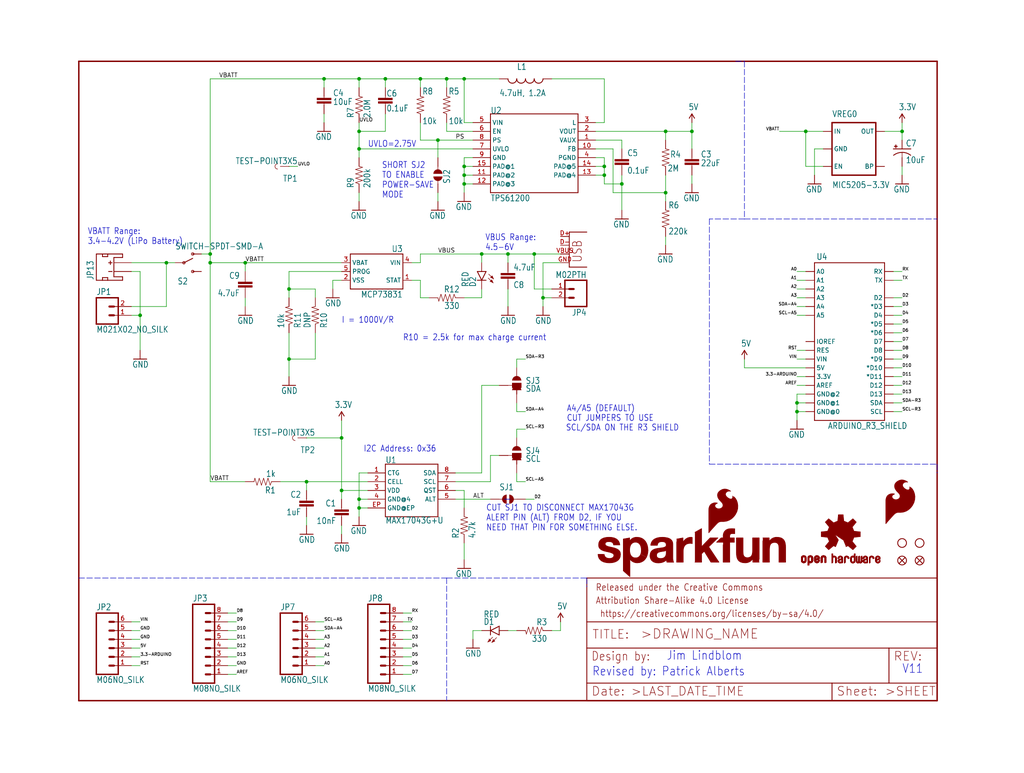
<source format=kicad_sch>
(kicad_sch (version 20211123) (generator eeschema)
  (paper "User" 297.002 224.18)
  (lib_symbols
    (symbol "eagleSchem-eagle-import:0.1UF-25V(+80{slash}-20%)(0603)"
      (property "Reference" "C" (at 1.524 2.921 0))
      (property "Value" "0.1UF-25V(+80{slash}-20%)(0603)" (at 1.524 -2.159 0))
      (symbol "0.1UF-25V(+80{slash}-20%)(0603)_1_0"
        (pin passive line (at 0 5.08 270) (length 2.54) (name "1") (number "1"))
        (pin passive line (at 0 -2.54 90) (length 2.54) (name "2") (number "2"))
      )
    )
    (symbol "eagleSchem-eagle-import:1.0UF-16V-10%(0603)"
      (property "Reference" "C" (at 1.524 2.921 0))
      (property "Value" "1.0UF-16V-10%(0603)" (at 1.524 -2.159 0))
      (symbol "1.0UF-16V-10%(0603)_1_0"
        (pin passive line (at 0 5.08 270) (length 2.54) (name "1") (number "1"))
        (pin passive line (at 0 -2.54 90) (length 2.54) (name "2") (number "2"))
      )
    )
    (symbol "eagleSchem-eagle-import:10KOHM1{slash}10W1%(0603)0603"
      (property "Reference" "R" (at -3.81 1.4986 0))
      (property "Value" "10KOHM1{slash}10W1%(0603)0603" (at -3.81 -3.302 0))
      (symbol "10KOHM1{slash}10W1%(0603)0603_1_0"
        (pin passive line (at -5.08 0 0) (length 2.54) (name "1") (number "1"))
        (pin passive line (at 5.08 0 180) (length 2.54) (name "2") (number "2"))
      )
    )
    (symbol "eagleSchem-eagle-import:10NF{slash}10000PF-50V-10%(0603)"
      (property "Reference" "C" (at 1.524 2.921 0))
      (property "Value" "10NF{slash}10000PF-50V-10%(0603)" (at 1.524 -2.159 0))
      (symbol "10NF{slash}10000PF-50V-10%(0603)_1_0"
        (pin passive line (at 0 5.08 270) (length 2.54) (name "1") (number "1"))
        (pin passive line (at 0 -2.54 90) (length 2.54) (name "2") (number "2"))
      )
    )
    (symbol "eagleSchem-eagle-import:10UF-16V-10%(TANT)"
      (property "Reference" "C" (at 1.016 0.635 0))
      (property "Value" "10UF-16V-10%(TANT)" (at 1.016 -4.191 0))
      (symbol "10UF-16V-10%(TANT)_1_0"
        (pin passive line (at 0 2.54 270) (length 2.54) (name "+") (number "A"))
        (pin passive line (at 0 -5.08 90) (length 2.54) (name "-") (number "C"))
      )
    )
    (symbol "eagleSchem-eagle-import:10UF-6.3V-20%(1206)"
      (property "Reference" "C" (at 1.524 2.921 0))
      (property "Value" "10UF-6.3V-20%(1206)" (at 1.524 -2.159 0))
      (symbol "10UF-6.3V-20%(1206)_1_0"
        (pin passive line (at 0 5.08 270) (length 2.54) (name "1") (number "1"))
        (pin passive line (at 0 -2.54 90) (length 2.54) (name "2") (number "2"))
      )
    )
    (symbol "eagleSchem-eagle-import:1KOHM1{slash}10W1%(0603)"
      (property "Reference" "R" (at -3.81 1.4986 0))
      (property "Value" "1KOHM1{slash}10W1%(0603)" (at -3.81 -3.302 0))
      (symbol "1KOHM1{slash}10W1%(0603)_1_0"
        (pin passive line (at -5.08 0 0) (length 2.54) (name "1") (number "1"))
        (pin passive line (at 5.08 0 180) (length 2.54) (name "2") (number "2"))
      )
    )
    (symbol "eagleSchem-eagle-import:200KOHM1{slash}10W1%(0603)200K"
      (property "Reference" "R" (at -3.81 1.4986 0))
      (property "Value" "200KOHM1{slash}10W1%(0603)200K" (at -3.81 -3.302 0))
      (symbol "200KOHM1{slash}10W1%(0603)200K_1_0"
        (pin passive line (at -5.08 0 0) (length 2.54) (name "1") (number "1"))
        (pin passive line (at 5.08 0 180) (length 2.54) (name "2") (number "2"))
      )
    )
    (symbol "eagleSchem-eagle-import:220KOHM1{slash}10W1%(0603)"
      (property "Reference" "R" (at -3.81 1.4986 0))
      (property "Value" "220KOHM1{slash}10W1%(0603)" (at -3.81 -3.302 0))
      (symbol "220KOHM1{slash}10W1%(0603)_1_0"
        (pin passive line (at -5.08 0 0) (length 2.54) (name "1") (number "1"))
        (pin passive line (at 5.08 0 180) (length 2.54) (name "2") (number "2"))
      )
    )
    (symbol "eagleSchem-eagle-import:22UF-6.3V-20%(0805)"
      (property "Reference" "C" (at 1.524 2.921 0))
      (property "Value" "22UF-6.3V-20%(0805)" (at 1.524 -2.159 0))
      (symbol "22UF-6.3V-20%(0805)_1_0"
        (pin passive line (at 0 5.08 270) (length 2.54) (name "1") (number "1"))
        (pin passive line (at 0 -2.54 90) (length 2.54) (name "2") (number "2"))
      )
    )
    (symbol "eagleSchem-eagle-import:2MOHMS-1{slash}10W-1%(0603)"
      (property "Reference" "R" (at -3.81 1.4986 0))
      (property "Value" "2MOHMS-1{slash}10W-1%(0603)" (at -3.81 -3.302 0))
      (symbol "2MOHMS-1{slash}10W-1%(0603)_1_0"
        (pin passive line (at -5.08 0 0) (length 2.54) (name "1") (number "1"))
        (pin passive line (at 5.08 0 180) (length 2.54) (name "2") (number "2"))
      )
    )
    (symbol "eagleSchem-eagle-import:3.3V" (power)
      (property "Value" "3.3V" (at -1.016 3.556 0))
      (symbol "3.3V_1_0"
        (pin power_in line (at 0 0 90) (length 2.54) (name "3.3V") (number "1"))
      )
    )
    (symbol "eagleSchem-eagle-import:330OHM1{slash}10W1%(0603)"
      (property "Reference" "R" (at -3.81 1.4986 0))
      (property "Value" "330OHM1{slash}10W1%(0603)" (at -3.81 -3.302 0))
      (symbol "330OHM1{slash}10W1%(0603)_1_0"
        (pin passive line (at -5.08 0 0) (length 2.54) (name "1") (number "1"))
        (pin passive line (at 5.08 0 180) (length 2.54) (name "2") (number "2"))
      )
    )
    (symbol "eagleSchem-eagle-import:4.7KOHM1{slash}10W1%(0603)"
      (property "Reference" "R" (at -3.81 1.4986 0))
      (property "Value" "4.7KOHM1{slash}10W1%(0603)" (at -3.81 -3.302 0))
      (symbol "4.7KOHM1{slash}10W1%(0603)_1_0"
        (pin passive line (at -5.08 0 0) (length 2.54) (name "1") (number "1"))
        (pin passive line (at 5.08 0 180) (length 2.54) (name "2") (number "2"))
      )
    )
    (symbol "eagleSchem-eagle-import:4.7UF-6.3V-10%(0603)0603"
      (property "Reference" "C" (at 1.524 2.921 0))
      (property "Value" "4.7UF-6.3V-10%(0603)0603" (at 1.524 -2.159 0))
      (symbol "4.7UF-6.3V-10%(0603)0603_1_0"
        (pin passive line (at 0 5.08 270) (length 2.54) (name "1") (number "1"))
        (pin passive line (at 0 -2.54 90) (length 2.54) (name "2") (number "2"))
      )
    )
    (symbol "eagleSchem-eagle-import:5V" (power)
      (property "Value" "5V" (at -1.016 3.556 0))
      (symbol "5V_1_0"
        (pin power_in line (at 0 0 90) (length 2.54) (name "5V") (number "1"))
      )
    )
    (symbol "eagleSchem-eagle-import:ARDUINO_R3_SHIELD"
      (property "Reference" "J" (at -9.652 21.082 0))
      (property "Value" "ARDUINO_R3_SHIELD" (at -6.35 -27.94 0))
      (symbol "ARDUINO_R3_SHIELD_1_0"
        (pin bidirectional line (at -12.7 -12.7 0) (length 2.54) (name "3.3V") (number "3.3V"))
        (pin bidirectional line (at -12.7 -10.16 0) (length 2.54) (name "5V") (number "5V"))
        (pin bidirectional line (at -12.7 17.78 0) (length 2.54) (name "A0") (number "A0"))
        (pin bidirectional line (at -12.7 15.24 0) (length 2.54) (name "A1") (number "A1"))
        (pin bidirectional line (at -12.7 12.7 0) (length 2.54) (name "A2") (number "A2"))
        (pin bidirectional line (at -12.7 10.16 0) (length 2.54) (name "A3") (number "A3"))
        (pin bidirectional line (at -12.7 7.62 0) (length 2.54) (name "A4") (number "A4"))
        (pin bidirectional line (at -12.7 5.08 0) (length 2.54) (name "A5") (number "A5"))
        (pin bidirectional line (at -12.7 -15.24 0) (length 2.54) (name "AREF") (number "AREF"))
        (pin bidirectional line (at 12.7 -10.16 180) (length 2.54) (name "*D10") (number "D10"))
        (pin bidirectional line (at 12.7 -12.7 180) (length 2.54) (name "*D11") (number "D11"))
        (pin bidirectional line (at 12.7 -15.24 180) (length 2.54) (name "D12") (number "D12"))
        (pin bidirectional line (at 12.7 -17.78 180) (length 2.54) (name "D13") (number "D13"))
        (pin bidirectional line (at 12.7 10.16 180) (length 2.54) (name "D2") (number "D2"))
        (pin bidirectional line (at 12.7 7.62 180) (length 2.54) (name "*D3") (number "D3"))
        (pin bidirectional line (at 12.7 5.08 180) (length 2.54) (name "D4") (number "D4"))
        (pin bidirectional line (at 12.7 2.54 180) (length 2.54) (name "*D5") (number "D5"))
        (pin bidirectional line (at 12.7 0 180) (length 2.54) (name "*D6") (number "D6"))
        (pin bidirectional line (at 12.7 -2.54 180) (length 2.54) (name "D7") (number "D7"))
        (pin bidirectional line (at 12.7 -5.08 180) (length 2.54) (name "D8") (number "D8"))
        (pin bidirectional line (at 12.7 -7.62 180) (length 2.54) (name "*D9") (number "D9"))
        (pin bidirectional line (at -12.7 -22.86 0) (length 2.54) (name "GND@0") (number "GND@0"))
        (pin bidirectional line (at -12.7 -20.32 0) (length 2.54) (name "GND@1") (number "GND@1"))
        (pin bidirectional line (at -12.7 -17.78 0) (length 2.54) (name "GND@2") (number "GND@2"))
        (pin bidirectional line (at -12.7 -2.54 0) (length 2.54) (name "IOREF") (number "IOREF"))
        (pin bidirectional line (at -12.7 -5.08 0) (length 2.54) (name "RES") (number "RES"))
        (pin bidirectional line (at 12.7 17.78 180) (length 2.54) (name "RX") (number "RX"))
        (pin bidirectional line (at 12.7 -22.86 180) (length 2.54) (name "SCL") (number "SCL"))
        (pin bidirectional line (at 12.7 -20.32 180) (length 2.54) (name "SDA") (number "SDA"))
        (pin bidirectional line (at 12.7 15.24 180) (length 2.54) (name "TX") (number "TX"))
        (pin bidirectional line (at -12.7 -7.62 0) (length 2.54) (name "VIN") (number "VIN"))
      )
    )
    (symbol "eagleSchem-eagle-import:FIDUCIAL1X2")
    (symbol "eagleSchem-eagle-import:FRAME-LETTER"
      (symbol "FRAME-LETTER_2_0"
        (text " https://creativecommons.org/licenses/by-sa/4.0/" (at 2.54 24.13 0) (effects (font (size 1.9304 1.6408)) (justify left bottom)))
        (text ">DRAWING_NAME" (at 15.494 17.78 0) (effects (font (size 2.7432 2.7432)) (justify left bottom)))
        (text ">LAST_DATE_TIME" (at 12.7 1.27 0) (effects (font (size 2.54 2.54)) (justify left bottom)))
        (text ">SHEET" (at 86.36 1.27 0) (effects (font (size 2.54 2.54)) (justify left bottom)))
        (text "Attribution Share-Alike 4.0 License" (at 2.54 27.94 0) (effects (font (size 1.9304 1.6408)) (justify left bottom)))
        (text "Date:" (at 1.27 1.27 0) (effects (font (size 2.54 2.54)) (justify left bottom)))
        (text "Design by:" (at 1.27 11.43 0) (effects (font (size 2.54 2.159)) (justify left bottom)))
        (text "Released under the Creative Commons" (at 2.54 31.75 0) (effects (font (size 1.9304 1.6408)) (justify left bottom)))
        (text "REV:" (at 88.9 11.43 0) (effects (font (size 2.54 2.54)) (justify left bottom)))
        (text "Sheet:" (at 72.39 1.27 0) (effects (font (size 2.54 2.54)) (justify left bottom)))
        (text "TITLE:" (at 1.524 17.78 0) (effects (font (size 2.54 2.54)) (justify left bottom)))
      )
    )
    (symbol "eagleSchem-eagle-import:GND" (power)
      (property "Value" "GND" (at -2.54 -2.54 0))
      (symbol "GND_1_0"
        (pin power_in line (at 0 2.54 270) (length 2.54) (name "GND") (number "1"))
      )
    )
    (symbol "eagleSchem-eagle-import:INDUCTORINDUCTOR_4.7UH"
      (property "Reference" "L" (at 2.54 5.08 0))
      (property "Value" "INDUCTORINDUCTOR_4.7UH" (at 2.54 -5.08 0))
      (symbol "INDUCTORINDUCTOR_4.7UH_1_0"
        (pin passive line (at 0 7.62 270) (length 2.54) (name "1") (number "P$1"))
        (pin passive line (at 0 -7.62 90) (length 2.54) (name "2") (number "P$2"))
      )
    )
    (symbol "eagleSchem-eagle-import:JST_2MM_MALE"
      (property "Reference" "J" (at -2.54 5.842 0))
      (symbol "JST_2MM_MALE_1_0"
        (pin bidirectional line (at 0 -5.08 90) (length 5.08) (name "-") (number "1"))
        (pin bidirectional line (at 2.54 -5.08 90) (length 5.08) (name "+") (number "2"))
        (pin bidirectional line (at -2.54 2.54 90) (length 0) (name "PAD1") (number "NC1"))
        (pin bidirectional line (at 5.08 2.54 90) (length 0) (name "PAD2") (number "NC2"))
      )
    )
    (symbol "eagleSchem-eagle-import:JUMPER-PAD-3-2OF3_NC_BY_TRACE"
      (property "Reference" "SJ" (at 2.54 0.381 0))
      (property "Value" "JUMPER-PAD-3-2OF3_NC_BY_TRACE" (at 2.54 -1.905 0))
      (symbol "JUMPER-PAD-3-2OF3_NC_BY_TRACE_1_0"
        (pin passive line (at 0 5.08 270) (length 2.54) (name "1") (number "1"))
        (pin passive line (at -5.08 0 0) (length 2.54) (name "2") (number "2"))
        (pin passive line (at 0 -5.08 90) (length 2.54) (name "3") (number "3"))
      )
    )
    (symbol "eagleSchem-eagle-import:LED-RED0603"
      (property "Reference" "D" (at 3.556 -4.572 90))
      (property "Value" "LED-RED0603" (at 5.715 -4.572 90))
      (symbol "LED-RED0603_1_0"
        (pin passive line (at 0 2.54 270) (length 2.54) (name "A") (number "A"))
        (pin passive line (at 0 -5.08 90) (length 2.54) (name "C") (number "C"))
      )
    )
    (symbol "eagleSchem-eagle-import:M021X02_NO_SILK"
      (property "Reference" "JP" (at -2.54 5.842 0))
      (property "Value" "M021X02_NO_SILK" (at -2.54 -5.08 0))
      (symbol "M021X02_NO_SILK_1_0"
        (pin passive line (at 7.62 0 180) (length 5.08) (name "1") (number "1"))
        (pin passive line (at 7.62 2.54 180) (length 5.08) (name "2") (number "2"))
      )
    )
    (symbol "eagleSchem-eagle-import:M02PTH"
      (property "Reference" "JP" (at -2.54 5.842 0))
      (property "Value" "M02PTH" (at -2.54 -5.08 0))
      (symbol "M02PTH_1_0"
        (pin passive line (at 7.62 0 180) (length 5.08) (name "1") (number "1"))
        (pin passive line (at 7.62 2.54 180) (length 5.08) (name "2") (number "2"))
      )
    )
    (symbol "eagleSchem-eagle-import:M06NO_SILK"
      (property "Reference" "JP" (at -5.08 10.922 0))
      (property "Value" "M06NO_SILK" (at -5.08 -10.16 0))
      (symbol "M06NO_SILK_1_0"
        (pin passive line (at 5.08 -5.08 180) (length 5.08) (name "1") (number "1"))
        (pin passive line (at 5.08 -2.54 180) (length 5.08) (name "2") (number "2"))
        (pin passive line (at 5.08 0 180) (length 5.08) (name "3") (number "3"))
        (pin passive line (at 5.08 2.54 180) (length 5.08) (name "4") (number "4"))
        (pin passive line (at 5.08 5.08 180) (length 5.08) (name "5") (number "5"))
        (pin passive line (at 5.08 7.62 180) (length 5.08) (name "6") (number "6"))
      )
    )
    (symbol "eagleSchem-eagle-import:M08NO_SILK"
      (property "Reference" "JP" (at -5.08 13.462 0))
      (property "Value" "M08NO_SILK" (at -5.08 -12.7 0))
      (symbol "M08NO_SILK_1_0"
        (pin passive line (at 5.08 -7.62 180) (length 5.08) (name "1") (number "1"))
        (pin passive line (at 5.08 -5.08 180) (length 5.08) (name "2") (number "2"))
        (pin passive line (at 5.08 -2.54 180) (length 5.08) (name "3") (number "3"))
        (pin passive line (at 5.08 0 180) (length 5.08) (name "4") (number "4"))
        (pin passive line (at 5.08 2.54 180) (length 5.08) (name "5") (number "5"))
        (pin passive line (at 5.08 5.08 180) (length 5.08) (name "6") (number "6"))
        (pin passive line (at 5.08 7.62 180) (length 5.08) (name "7") (number "7"))
        (pin passive line (at 5.08 10.16 180) (length 5.08) (name "8") (number "8"))
      )
    )
    (symbol "eagleSchem-eagle-import:MAX1704X"
      (property "Reference" "U" (at -7.62 7.874 0))
      (property "Value" "MAX1704X" (at -7.62 -9.652 0))
      (symbol "MAX1704X_1_0"
        (pin bidirectional line (at -12.7 5.08 0) (length 5.08) (name "CTG") (number "1"))
        (pin bidirectional line (at -12.7 2.54 0) (length 5.08) (name "CELL") (number "2"))
        (pin bidirectional line (at -12.7 0 0) (length 5.08) (name "VDD") (number "3"))
        (pin bidirectional line (at -12.7 -2.54 0) (length 5.08) (name "GND@4") (number "4"))
        (pin bidirectional line (at 12.7 -2.54 180) (length 5.08) (name "ALT") (number "5"))
        (pin bidirectional line (at 12.7 0 180) (length 5.08) (name "QST") (number "6"))
        (pin bidirectional line (at 12.7 2.54 180) (length 5.08) (name "SCL") (number "7"))
        (pin bidirectional line (at 12.7 5.08 180) (length 5.08) (name "SDA") (number "8"))
        (pin bidirectional line (at -12.7 -5.08 0) (length 5.08) (name "GND@EP") (number "EP"))
      )
    )
    (symbol "eagleSchem-eagle-import:MCP73831"
      (property "Reference" "U" (at -7.62 5.588 0))
      (property "Value" "MCP73831" (at -7.62 -7.62 0))
      (symbol "MCP73831_1_0"
        (pin output line (at -10.16 -2.54 0) (length 2.54) (name "STAT") (number "1"))
        (pin power_in line (at 10.16 -2.54 180) (length 2.54) (name "VSS") (number "2"))
        (pin power_in line (at 10.16 2.54 180) (length 2.54) (name "VBAT") (number "3"))
        (pin power_in line (at -10.16 2.54 0) (length 2.54) (name "VIN") (number "4"))
        (pin input line (at 10.16 0 180) (length 2.54) (name "PROG") (number "5"))
      )
    )
    (symbol "eagleSchem-eagle-import:MIC52053.3V"
      (property "Reference" "U" (at -7.62 9.144 0))
      (property "Value" "MIC52053.3V" (at -7.62 -11.43 0))
      (symbol "MIC52053.3V_1_0"
        (pin input line (at -10.16 5.08 0) (length 2.54) (name "IN") (number "1"))
        (pin input line (at -10.16 0 0) (length 2.54) (name "GND") (number "2"))
        (pin input line (at -10.16 -5.08 0) (length 2.54) (name "EN") (number "3"))
        (pin input line (at 7.62 -5.08 180) (length 2.54) (name "BP") (number "4"))
        (pin passive line (at 7.62 5.08 180) (length 2.54) (name "OUT") (number "5"))
      )
    )
    (symbol "eagleSchem-eagle-import:OSHW-LOGOS")
    (symbol "eagleSchem-eagle-import:RESISTORPTH-1{slash}6W"
      (property "Reference" "R" (at -3.81 1.4986 0))
      (property "Value" "RESISTORPTH-1{slash}6W" (at -3.81 -3.302 0))
      (symbol "RESISTORPTH-1{slash}6W_1_0"
        (pin passive line (at -5.08 0 0) (length 2.54) (name "1") (number "1"))
        (pin passive line (at 5.08 0 180) (length 2.54) (name "2") (number "2"))
      )
    )
    (symbol "eagleSchem-eagle-import:SFE_LOGO_FLAME.1_INCH")
    (symbol "eagleSchem-eagle-import:SFE_LOGO_NAME_FLAME.2_INCH")
    (symbol "eagleSchem-eagle-import:SOLDERJUMPERNO"
      (property "Reference" "SJ" (at -2.54 2.54 0))
      (property "Value" "SOLDERJUMPERNO" (at -2.54 -5.08 0))
      (symbol "SOLDERJUMPERNO_1_0"
        (pin passive line (at -5.08 0 0) (length 2.54) (name "1") (number "1"))
        (pin passive line (at 5.08 0 180) (length 2.54) (name "2") (number "2"))
      )
    )
    (symbol "eagleSchem-eagle-import:SOLDERJUMPERTRACE"
      (property "Reference" "SJ" (at -2.54 2.54 0))
      (property "Value" "SOLDERJUMPERTRACE" (at -2.54 -5.08 0))
      (symbol "SOLDERJUMPERTRACE_1_0"
        (pin passive line (at -5.08 0 0) (length 2.54) (name "1") (number "1"))
        (pin passive line (at 5.08 0 180) (length 2.54) (name "2") (number "2"))
      )
    )
    (symbol "eagleSchem-eagle-import:STAND-OFFTIGHT")
    (symbol "eagleSchem-eagle-import:SWITCH-SPDT-SMD-A"
      (property "Reference" "S" (at -1.905 -6.35 0))
      (property "Value" "SWITCH-SPDT-SMD-A" (at -2.54 3.81 0))
      (symbol "SWITCH-SPDT-SMD-A_1_0"
        (pin passive line (at 5.08 2.54 180) (length 2.54) (name "O") (number "1"))
        (pin passive line (at -2.54 0 0) (length 2.54) (name "P") (number "2"))
        (pin passive line (at 5.08 -2.54 180) (length 2.54) (name "S") (number "3"))
      )
    )
    (symbol "eagleSchem-eagle-import:TEST-POINT3X5"
      (property "Reference" "TP" (at -2.54 2.54 0))
      (property "Value" "TEST-POINT3X5" (at -2.54 -2.54 0))
      (symbol "TEST-POINT3X5_1_0"
        (pin bidirectional line (at 0 0 180) (length 0) (name "1") (number "P$1"))
      )
    )
    (symbol "eagleSchem-eagle-import:TPS61200"
      (property "Reference" "U" (at -12.7 10.16 0))
      (property "Value" "TPS61200" (at -12.7 -15.24 0))
      (symbol "TPS61200_1_0"
        (pin passive line (at 17.78 2.54 180) (length 5.08) (name "VAUX") (number "1"))
        (pin passive line (at 17.78 0 180) (length 5.08) (name "FB") (number "10"))
        (pin power_in line (at -17.78 -7.62 0) (length 5.08) (name "PAD@2") (number "11"))
        (pin power_in line (at -17.78 -10.16 0) (length 5.08) (name "PAD@3") (number "12"))
        (pin power_in line (at 17.78 -7.62 180) (length 5.08) (name "PAD@4") (number "13"))
        (pin power_in line (at 17.78 -5.08 180) (length 5.08) (name "PAD@5") (number "14"))
        (pin power_in line (at -17.78 -5.08 0) (length 5.08) (name "PAD@1") (number "15"))
        (pin passive line (at 17.78 5.08 180) (length 5.08) (name "VOUT") (number "2"))
        (pin passive line (at 17.78 7.62 180) (length 5.08) (name "L") (number "3"))
        (pin power_in line (at 17.78 -2.54 180) (length 5.08) (name "PGND") (number "4"))
        (pin power_in line (at -17.78 7.62 0) (length 5.08) (name "VIN") (number "5"))
        (pin input line (at -17.78 5.08 0) (length 5.08) (name "EN") (number "6"))
        (pin passive line (at -17.78 0 0) (length 5.08) (name "UVLO") (number "7"))
        (pin input line (at -17.78 2.54 0) (length 5.08) (name "PS") (number "8"))
        (pin power_in line (at -17.78 -2.54 0) (length 5.08) (name "GND") (number "9"))
      )
    )
    (symbol "eagleSchem-eagle-import:USBSMD"
      (symbol "USBSMD_1_0"
        (text "USB" (at 3.81 0 900) (effects (font (size 2.54 2.159)) (justify left bottom)))
        (pin bidirectional line (at -2.54 7.62 0) (length 2.54) (name "D+") (number "D+"))
        (pin bidirectional line (at -2.54 5.08 0) (length 2.54) (name "D-") (number "D-"))
        (pin bidirectional line (at -2.54 0 0) (length 2.54) (name "GND") (number "GND"))
        (pin bidirectional line (at -2.54 2.54 0) (length 2.54) (name "VBUS") (number "VBUS"))
      )
    )
  )
  (junction (at 104.14 147.32))
  (junction (at 154.94 73.66))
  (junction (at 231.14 116.84))
  (junction (at 134.62 48.26))
  (junction (at 104.14 43.18))
  (junction (at 261.62 38.1))
  (junction (at 104.14 144.78))
  (junction (at 93.98 22.86))
  (junction (at 193.04 38.1))
  (junction (at 134.62 53.34))
  (junction (at 83.82 104.14))
  (junction (at 104.14 22.86))
  (junction (at 60.96 76.2))
  (junction (at 129.54 22.86))
  (junction (at 121.92 22.86))
  (junction (at 40.64 91.44))
  (junction (at 134.62 22.86))
  (junction (at 134.62 50.8))
  (junction (at 48.26 76.2))
  (junction (at 71.12 76.2))
  (junction (at 127 40.64))
  (junction (at 193.04 55.88))
  (junction (at 147.32 73.66))
  (junction (at 83.82 83.82))
  (junction (at 231.14 119.38))
  (junction (at 233.68 38.1))
  (junction (at 180.34 53.34))
  (junction (at 99.06 127))
  (junction (at 157.48 86.36))
  (junction (at 111.76 22.86))
  (junction (at 99.06 142.24))
  (junction (at 200.66 38.1))
  (junction (at 175.26 48.26))
  (junction (at 175.26 50.8))
  (junction (at 60.96 73.66))
  (junction (at 104.14 38.1))
  (junction (at 88.9 139.7))
  (junction (at 139.7 73.66))
  (wire (pts (xy 134.62 162.306) (xy 134.62 157.48)))
  (wire (pts (xy 261.62 40.64) (xy 261.62 38.1)))
  (wire (pts (xy 127 45.72) (xy 127 40.64)))
  (wire (pts (xy 66.04 182.88) (xy 68.58 182.88)))
  (polyline (pts (xy 215.9 63.5) (xy 271.78 63.5)))
  (wire (pts (xy 121.92 73.66) (xy 139.7 73.66)))
  (wire (pts (xy 256.54 38.1) (xy 261.62 38.1)))
  (wire (pts (xy 233.68 104.14) (xy 231.14 104.14)))
  (wire (pts (xy 83.82 109.22) (xy 83.82 104.14)))
  (wire (pts (xy 154.94 73.66) (xy 147.32 73.66)))
  (wire (pts (xy 127 58.42) (xy 127 55.88)))
  (wire (pts (xy 60.96 73.66) (xy 60.96 22.86)))
  (wire (pts (xy 233.68 111.76) (xy 231.14 111.76)))
  (wire (pts (xy 116.84 193.04) (xy 119.38 193.04)))
  (wire (pts (xy 137.16 38.1) (xy 129.54 38.1)))
  (wire (pts (xy 180.34 53.34) (xy 180.34 60.96)))
  (wire (pts (xy 259.08 114.3) (xy 261.62 114.3)))
  (polyline (pts (xy 205.74 63.5) (xy 205.74 134.62)))
  (polyline (pts (xy 213.36 17.78) (xy 215.9 17.78)))
  (wire (pts (xy 231.14 119.38) (xy 231.14 121.92)))
  (wire (pts (xy 38.1 190.5) (xy 40.64 190.5)))
  (wire (pts (xy 160.02 86.36) (xy 157.48 86.36)))
  (wire (pts (xy 104.14 137.16) (xy 104.14 144.78)))
  (wire (pts (xy 172.72 38.1) (xy 193.04 38.1)))
  (wire (pts (xy 259.08 88.9) (xy 261.62 88.9)))
  (wire (pts (xy 38.1 185.42) (xy 40.64 185.42)))
  (wire (pts (xy 83.82 104.14) (xy 83.82 96.52)))
  (polyline (pts (xy 129.54 167.64) (xy 170.18 167.64)))
  (wire (pts (xy 91.44 187.96) (xy 93.98 187.96)))
  (wire (pts (xy 233.68 119.38) (xy 231.14 119.38)))
  (wire (pts (xy 172.72 48.26) (xy 175.26 48.26)))
  (wire (pts (xy 40.64 91.44) (xy 40.64 101.6)))
  (wire (pts (xy 238.76 43.18) (xy 236.22 43.18)))
  (polyline (pts (xy 271.78 134.62) (xy 271.78 137.16)))
  (wire (pts (xy 137.16 182.88) (xy 139.7 182.88)))
  (wire (pts (xy 91.44 193.04) (xy 93.98 193.04)))
  (wire (pts (xy 91.44 96.52) (xy 91.44 104.14)))
  (wire (pts (xy 71.12 76.2) (xy 71.12 78.74)))
  (wire (pts (xy 137.16 50.8) (xy 134.62 50.8)))
  (wire (pts (xy 91.44 180.34) (xy 93.98 180.34)))
  (wire (pts (xy 149.86 106.68) (xy 149.86 104.14)))
  (wire (pts (xy 137.16 48.26) (xy 134.62 48.26)))
  (wire (pts (xy 147.32 76.2) (xy 147.32 73.66)))
  (wire (pts (xy 142.24 139.7) (xy 142.24 132.08)))
  (wire (pts (xy 91.44 190.5) (xy 93.98 190.5)))
  (wire (pts (xy 116.84 185.42) (xy 119.38 185.42)))
  (wire (pts (xy 175.26 50.8) (xy 175.26 53.34)))
  (wire (pts (xy 157.48 86.36) (xy 157.48 76.2)))
  (wire (pts (xy 233.68 101.6) (xy 231.14 101.6)))
  (wire (pts (xy 193.04 55.88) (xy 193.04 50.8)))
  (wire (pts (xy 193.04 40.64) (xy 193.04 38.1)))
  (wire (pts (xy 93.98 25.4) (xy 93.98 22.86)))
  (wire (pts (xy 200.66 38.1) (xy 193.04 38.1)))
  (wire (pts (xy 259.08 116.84) (xy 261.62 116.84)))
  (wire (pts (xy 99.06 81.28) (xy 96.52 81.28)))
  (wire (pts (xy 259.08 109.22) (xy 261.62 109.22)))
  (wire (pts (xy 121.92 81.28) (xy 121.92 86.36)))
  (wire (pts (xy 134.62 50.8) (xy 134.62 53.34)))
  (wire (pts (xy 259.08 93.98) (xy 261.62 93.98)))
  (wire (pts (xy 139.7 86.36) (xy 139.7 83.82)))
  (wire (pts (xy 111.76 22.86) (xy 121.92 22.86)))
  (wire (pts (xy 60.96 22.86) (xy 93.98 22.86)))
  (wire (pts (xy 200.66 50.8) (xy 200.66 53.34)))
  (wire (pts (xy 83.82 48.26) (xy 86.36 48.26)))
  (wire (pts (xy 259.08 99.06) (xy 261.62 99.06)))
  (wire (pts (xy 172.72 35.56) (xy 175.26 35.56)))
  (wire (pts (xy 127 40.64) (xy 121.92 40.64)))
  (wire (pts (xy 106.68 144.78) (xy 104.14 144.78)))
  (wire (pts (xy 38.1 182.88) (xy 40.64 182.88)))
  (wire (pts (xy 116.84 187.96) (xy 119.38 187.96)))
  (wire (pts (xy 119.38 81.28) (xy 121.92 81.28)))
  (wire (pts (xy 139.7 111.76) (xy 144.78 111.76)))
  (wire (pts (xy 162.56 182.88) (xy 162.56 180.34)))
  (wire (pts (xy 149.86 124.46) (xy 152.4 124.46)))
  (wire (pts (xy 60.96 76.2) (xy 60.96 139.7)))
  (wire (pts (xy 233.68 91.44) (xy 231.14 91.44)))
  (wire (pts (xy 193.04 58.42) (xy 193.04 55.88)))
  (wire (pts (xy 66.04 180.34) (xy 68.58 180.34)))
  (wire (pts (xy 157.48 88.9) (xy 157.48 86.36)))
  (wire (pts (xy 40.64 180.34) (xy 38.1 180.34)))
  (wire (pts (xy 259.08 101.6) (xy 261.62 101.6)))
  (wire (pts (xy 175.26 53.34) (xy 180.34 53.34)))
  (wire (pts (xy 134.62 147.32) (xy 134.62 142.24)))
  (wire (pts (xy 172.72 45.72) (xy 175.26 45.72)))
  (wire (pts (xy 93.98 33.02) (xy 93.98 35.56)))
  (wire (pts (xy 149.86 116.84) (xy 149.86 119.38)))
  (wire (pts (xy 66.04 190.5) (xy 68.58 190.5)))
  (wire (pts (xy 93.98 22.86) (xy 104.14 22.86)))
  (wire (pts (xy 233.68 86.36) (xy 231.14 86.36)))
  (wire (pts (xy 48.26 76.2) (xy 48.26 88.9)))
  (wire (pts (xy 137.16 53.34) (xy 134.62 53.34)))
  (wire (pts (xy 106.68 142.24) (xy 99.06 142.24)))
  (wire (pts (xy 129.54 22.86) (xy 134.62 22.86)))
  (polyline (pts (xy 215.9 63.5) (xy 205.74 63.5)))
  (wire (pts (xy 116.84 180.34) (xy 119.38 180.34)))
  (wire (pts (xy 149.86 139.7) (xy 152.4 139.7)))
  (wire (pts (xy 215.9 106.68) (xy 215.9 104.14)))
  (wire (pts (xy 180.34 43.18) (xy 180.34 40.64)))
  (polyline (pts (xy 146.304 144.78) (xy 148.336 144.78)))
  (polyline (pts (xy 129.54 167.64) (xy 129.54 203.2)))
  (wire (pts (xy 259.08 119.38) (xy 261.62 119.38)))
  (wire (pts (xy 175.26 48.26) (xy 175.26 50.8)))
  (wire (pts (xy 259.08 96.52) (xy 261.62 96.52)))
  (wire (pts (xy 58.42 73.66) (xy 60.96 73.66)))
  (wire (pts (xy 236.22 43.18) (xy 236.22 50.8)))
  (wire (pts (xy 233.68 106.68) (xy 215.9 106.68)))
  (wire (pts (xy 99.06 127) (xy 99.06 121.92)))
  (wire (pts (xy 83.82 86.36) (xy 83.82 83.82)))
  (wire (pts (xy 142.24 132.08) (xy 144.78 132.08)))
  (wire (pts (xy 139.7 73.66) (xy 139.7 76.2)))
  (wire (pts (xy 60.96 76.2) (xy 71.12 76.2)))
  (wire (pts (xy 172.72 50.8) (xy 175.26 50.8)))
  (wire (pts (xy 261.62 38.1) (xy 261.62 35.56)))
  (wire (pts (xy 137.16 43.18) (xy 104.14 43.18)))
  (wire (pts (xy 88.9 142.24) (xy 88.9 139.7)))
  (wire (pts (xy 66.04 195.58) (xy 68.58 195.58)))
  (wire (pts (xy 88.9 139.7) (xy 81.28 139.7)))
  (wire (pts (xy 154.94 83.82) (xy 154.94 73.66)))
  (wire (pts (xy 144.78 22.86) (xy 134.62 22.86)))
  (polyline (pts (xy 215.9 17.78) (xy 215.9 63.5)))
  (wire (pts (xy 116.84 190.5) (xy 119.38 190.5)))
  (wire (pts (xy 121.92 76.2) (xy 121.92 73.66)))
  (wire (pts (xy 147.32 88.9) (xy 147.32 83.82)))
  (wire (pts (xy 162.56 76.2) (xy 157.48 76.2)))
  (wire (pts (xy 134.62 53.34) (xy 134.62 55.88)))
  (wire (pts (xy 104.14 58.42) (xy 104.14 55.88)))
  (wire (pts (xy 134.62 48.26) (xy 134.62 50.8)))
  (wire (pts (xy 259.08 86.36) (xy 261.62 86.36)))
  (wire (pts (xy 137.16 45.72) (xy 134.62 45.72)))
  (wire (pts (xy 180.34 40.64) (xy 172.72 40.64)))
  (wire (pts (xy 129.54 25.4) (xy 129.54 22.86)))
  (wire (pts (xy 66.04 187.96) (xy 68.58 187.96)))
  (wire (pts (xy 137.16 40.64) (xy 127 40.64)))
  (wire (pts (xy 99.06 78.74) (xy 83.82 78.74)))
  (wire (pts (xy 104.14 22.86) (xy 111.76 22.86)))
  (wire (pts (xy 259.08 111.76) (xy 261.62 111.76)))
  (wire (pts (xy 149.86 182.88) (xy 147.32 182.88)))
  (wire (pts (xy 111.76 25.4) (xy 111.76 22.86)))
  (wire (pts (xy 116.84 177.8) (xy 119.38 177.8)))
  (wire (pts (xy 38.1 76.2) (xy 48.26 76.2)))
  (wire (pts (xy 104.14 38.1) (xy 104.14 43.18)))
  (wire (pts (xy 132.08 139.7) (xy 142.24 139.7)))
  (wire (pts (xy 233.68 38.1) (xy 226.06 38.1)))
  (wire (pts (xy 91.44 185.42) (xy 93.98 185.42)))
  (wire (pts (xy 259.08 104.14) (xy 261.62 104.14)))
  (wire (pts (xy 233.68 88.9) (xy 231.14 88.9)))
  (wire (pts (xy 233.68 83.82) (xy 231.14 83.82)))
  (wire (pts (xy 38.1 193.04) (xy 40.64 193.04)))
  (wire (pts (xy 71.12 139.7) (xy 60.96 139.7)))
  (wire (pts (xy 129.54 38.1) (xy 129.54 35.56)))
  (wire (pts (xy 177.8 43.18) (xy 172.72 43.18)))
  (wire (pts (xy 99.06 142.24) (xy 99.06 127)))
  (wire (pts (xy 175.26 45.72) (xy 175.26 48.26)))
  (wire (pts (xy 137.16 35.56) (xy 134.62 35.56)))
  (wire (pts (xy 116.84 182.88) (xy 119.38 182.88)))
  (wire (pts (xy 111.76 38.1) (xy 104.14 38.1)))
  (wire (pts (xy 162.56 73.66) (xy 154.94 73.66)))
  (wire (pts (xy 91.44 104.14) (xy 83.82 104.14)))
  (wire (pts (xy 193.04 71.12) (xy 193.04 68.58)))
  (wire (pts (xy 259.08 78.74) (xy 261.62 78.74)))
  (wire (pts (xy 38.1 88.9) (xy 48.26 88.9)))
  (wire (pts (xy 104.14 144.78) (xy 104.14 147.32)))
  (wire (pts (xy 149.86 104.14) (xy 152.4 104.14)))
  (wire (pts (xy 104.14 35.56) (xy 104.14 38.1)))
  (wire (pts (xy 134.62 86.36) (xy 139.7 86.36)))
  (wire (pts (xy 259.08 106.68) (xy 261.62 106.68)))
  (wire (pts (xy 160.02 182.88) (xy 162.56 182.88)))
  (wire (pts (xy 200.66 38.1) (xy 200.66 35.56)))
  (wire (pts (xy 106.68 137.16) (xy 104.14 137.16)))
  (wire (pts (xy 139.7 137.16) (xy 139.7 111.76)))
  (wire (pts (xy 83.82 78.74) (xy 83.82 83.82)))
  (wire (pts (xy 111.76 33.02) (xy 111.76 38.1)))
  (wire (pts (xy 121.92 22.86) (xy 129.54 22.86)))
  (wire (pts (xy 121.92 25.4) (xy 121.92 22.86)))
  (wire (pts (xy 149.86 127) (xy 149.86 124.46)))
  (wire (pts (xy 160.02 22.86) (xy 175.26 22.86)))
  (wire (pts (xy 233.68 114.3) (xy 231.14 114.3)))
  (wire (pts (xy 233.68 78.74) (xy 231.14 78.74)))
  (wire (pts (xy 71.12 88.9) (xy 71.12 86.36)))
  (wire (pts (xy 177.8 55.88) (xy 193.04 55.88)))
  (wire (pts (xy 106.68 147.32) (xy 104.14 147.32)))
  (wire (pts (xy 99.06 152.4) (xy 99.06 154.94)))
  (wire (pts (xy 91.44 182.88) (xy 93.98 182.88)))
  (wire (pts (xy 177.8 55.88) (xy 177.8 43.18)))
  (wire (pts (xy 137.16 185.42) (xy 137.16 182.88)))
  (wire (pts (xy 132.08 144.78) (xy 142.24 144.78)))
  (wire (pts (xy 104.14 147.32) (xy 104.14 149.86)))
  (wire (pts (xy 91.44 83.82) (xy 83.82 83.82)))
  (wire (pts (xy 88.9 127) (xy 99.06 127)))
  (wire (pts (xy 132.08 137.16) (xy 139.7 137.16)))
  (wire (pts (xy 147.32 73.66) (xy 139.7 73.66)))
  (wire (pts (xy 66.04 193.04) (xy 68.58 193.04)))
  (wire (pts (xy 48.26 76.2) (xy 50.8 76.2)))
  (wire (pts (xy 134.62 45.72) (xy 134.62 48.26)))
  (wire (pts (xy 106.68 139.7) (xy 88.9 139.7)))
  (polyline (pts (xy 170.18 167.64) (xy 170.18 170.18)))
  (wire (pts (xy 149.86 119.38) (xy 152.4 119.38)))
  (wire (pts (xy 200.66 43.18) (xy 200.66 38.1)))
  (wire (pts (xy 116.84 195.58) (xy 119.38 195.58)))
  (wire (pts (xy 104.14 43.18) (xy 104.14 45.72)))
  (wire (pts (xy 233.68 116.84) (xy 231.14 116.84)))
  (polyline (pts (xy 205.74 134.62) (xy 271.78 134.62)))
  (wire (pts (xy 38.1 187.96) (xy 40.64 187.96)))
  (wire (pts (xy 119.38 76.2) (xy 121.92 76.2)))
  (wire (pts (xy 88.9 152.4) (xy 88.9 149.86)))
  (wire (pts (xy 132.08 142.24) (xy 134.62 142.24)))
  (wire (pts (xy 231.14 116.84) (xy 231.14 119.38)))
  (wire (pts (xy 261.62 50.8) (xy 261.62 48.26)))
  (wire (pts (xy 38.1 91.44) (xy 40.64 91.44)))
  (wire (pts (xy 149.86 137.16) (xy 149.86 139.7)))
  (wire (pts (xy 180.34 50.8) (xy 180.34 53.34)))
  (wire (pts (xy 231.14 114.3) (xy 231.14 116.84)))
  (wire (pts (xy 233.68 109.22) (xy 231.14 109.22)))
  (wire (pts (xy 96.52 81.28) (xy 96.52 83.82)))
  (wire (pts (xy 66.04 185.42) (xy 68.58 185.42)))
  (wire (pts (xy 66.04 177.8) (xy 68.58 177.8)))
  (wire (pts (xy 259.08 81.28) (xy 261.62 81.28)))
  (wire (pts (xy 238.76 48.26) (xy 233.68 48.26)))
  (wire (pts (xy 99.06 144.78) (xy 99.06 142.24)))
  (wire (pts (xy 91.44 86.36) (xy 91.44 83.82)))
  (wire (pts (xy 134.62 22.86) (xy 134.62 35.56)))
  (wire (pts (xy 233.68 48.26) (xy 233.68 38.1)))
  (wire (pts (xy 152.4 144.78) (xy 154.94 144.78)))
  (wire (pts (xy 40.64 78.74) (xy 40.64 91.44)))
  (polyline (pts (xy 22.86 167.64) (xy 129.54 167.64)))
  (wire (pts (xy 121.92 40.64) (xy 121.92 35.56)))
  (wire (pts (xy 121.92 86.36) (xy 124.46 86.36)))
  (wire (pts (xy 175.26 35.56) (xy 175.26 22.86)))
  (wire (pts (xy 38.1 78.74) (xy 40.64 78.74)))
  (wire (pts (xy 259.08 91.44) (xy 261.62 91.44)))
  (wire (pts (xy 233.68 81.28) (xy 231.14 81.28)))
  (wire (pts (xy 60.96 76.2) (xy 60.96 73.66)))
  (wire (pts (xy 104.14 25.4) (xy 104.14 22.86)))
  (wire (pts (xy 99.06 76.2) (xy 71.12 76.2)))
  (wire (pts (xy 233.68 38.1) (xy 238.76 38.1)))
  (wire (pts (xy 160.02 83.82) (xy 154.94 83.82)))
  (text "UVLO=2.75V" (at 106.68 42.926 180) (effects (font (size 1.778 1.5113)) (justify left bottom)))
  (text "V11" (at 261.62 195.58 180) (effects (font (size 2.54 2.159)) (justify left bottom)))
  (text "CUT SJ1 TO DISCONNECT MAX17043G\nALERT PIN (ALT) FROM D2, IF YOU\nNEED THAT PIN FOR SOMETHING ELSE." (at 140.97 154.178 0) (effects (font (size 1.778 1.5113)) (justify left bottom)))
  (text "VBUS Range:\n4.5-6V" (at 140.716 72.898 180) (effects (font (size 1.778 1.5113)) (justify left bottom)))
  (text "VBATT Range:\n3.4-4.2V (LiPo Battery)" (at 25.4 71.12 180) (effects (font (size 1.778 1.5113)) (justify left bottom)))
  (text "SCL/SDA ON THE R3 SHIELD" (at 164.084 125.222 180) (effects (font (size 1.778 1.5113)) (justify left bottom)))
  (text "Jim Lindblom" (at 193.294 191.77 180) (effects (font (size 2.54 2.159)) (justify left bottom)))
  (text "SHORT SJ2\nTO ENABLE\nPOWER-SAVE\nMODE" (at 110.744 57.658 180) (effects (font (size 1.778 1.5113)) (justify left bottom)))
  (text "CUT JUMPERS TO USE" (at 164.338 122.428 180) (effects (font (size 1.778 1.5113)) (justify left bottom)))
  (text "I = 1000V/R" (at 99.06 93.98 180) (effects (font (size 1.778 1.5113)) (justify left bottom)))
  (text "Revised by: Patrick Alberts" (at 171.704 196.342 180) (effects (font (size 2.54 2.159)) (justify left bottom)))
  (text "I2C Address: 0x36" (at 105.41 131.318 180) (effects (font (size 1.778 1.5113)) (justify left bottom)))
  (text "R10 = 2.5k for max charge current" (at 116.84 99.06 180) (effects (font (size 1.778 1.5113)) (justify left bottom)))
  (text "A4/A5 (DEFAULT)" (at 164.338 119.634 180) (effects (font (size 1.778 1.5113)) (justify left bottom)))
  (label "5V" (at 40.64 187.96 0) (effects (font (size 0.889 0.889))))
  (label "VIN" (at 231.14 104.14 180) (effects (font (size 0.889 0.889))))
  (label "D5" (at 119.38 190.5 0) (effects (font (size 0.889 0.889))))
  (label "ALT" (at 137.16 144.78 0) (effects (font (size 1.2446 1.2446))))
  (label "D3" (at 119.38 185.42 0) (effects (font (size 0.889 0.889))))
  (label "SDA-R3" (at 152.4 104.14 0) (effects (font (size 0.889 0.889))))
  (label "D7" (at 261.62 99.06 0) (effects (font (size 0.889 0.889))))
  (label "A3" (at 231.14 86.36 180) (effects (font (size 0.889 0.889))))
  (label "SCL-A5" (at 231.14 91.44 180) (effects (font (size 0.889 0.889))))
  (label "A1" (at 231.14 81.28 180) (effects (font (size 0.889 0.889))))
  (label "D9" (at 68.58 180.34 0) (effects (font (size 0.889 0.889))))
  (label "D10" (at 261.62 106.68 0) (effects (font (size 0.889 0.889))))
  (label "D12" (at 261.62 111.76 0) (effects (font (size 0.889 0.889))))
  (label "RX" (at 261.62 78.74 0) (effects (font (size 0.889 0.889))))
  (label "VIN" (at 40.64 180.34 0) (effects (font (size 0.889 0.889))))
  (label "D6" (at 261.62 96.52 0) (effects (font (size 0.889 0.889))))
  (label "VBATT" (at 71.12 76.2 0) (effects (font (size 1.2446 1.2446))))
  (label "3.3-ARDUINO" (at 231.14 109.22 180) (effects (font (size 0.889 0.889))))
  (label "VBATT" (at 63.5 22.86 0) (effects (font (size 1.2446 1.2446))))
  (label "D2" (at 261.62 86.36 0) (effects (font (size 0.889 0.889))))
  (label "GND" (at 68.58 193.04 0) (effects (font (size 0.889 0.889))))
  (label "A0" (at 231.14 78.74 180) (effects (font (size 0.889 0.889))))
  (label "D13" (at 68.58 190.5 0) (effects (font (size 0.889 0.889))))
  (label "A2" (at 93.98 187.96 0) (effects (font (size 0.889 0.889))))
  (label "VBUS" (at 127 73.66 0) (effects (font (size 1.2446 1.2446))))
  (label "D8" (at 261.62 101.6 0) (effects (font (size 0.889 0.889))))
  (label "D4" (at 119.38 187.96 0) (effects (font (size 0.889 0.889))))
  (label "GND" (at 40.64 185.42 0) (effects (font (size 0.889 0.889))))
  (label "RST" (at 231.14 101.6 180) (effects (font (size 0.889 0.889))))
  (label "D11" (at 68.58 185.42 0) (effects (font (size 0.889 0.889))))
  (label "A3" (at 93.98 185.42 0) (effects (font (size 0.889 0.889))))
  (label "D6" (at 119.38 193.04 0) (effects (font (size 0.889 0.889))))
  (label "UVLO" (at 104.14 35.56 0) (effects (font (size 1.016 1.016))))
  (label "D7" (at 119.38 195.58 0) (effects (font (size 0.889 0.889))))
  (label "D11" (at 261.62 109.22 0) (effects (font (size 0.889 0.889))))
  (label "D8" (at 68.58 177.8 0) (effects (font (size 0.889 0.889))))
  (label "D4" (at 261.62 91.44 0) (effects (font (size 0.889 0.889))))
  (label "D13" (at 261.62 114.3 0) (effects (font (size 0.889 0.889))))
  (label "3.3-ARDUINO" (at 40.64 190.5 0) (effects (font (size 0.889 0.889))))
  (label "VBATT" (at 60.96 139.7 0) (effects (font (size 1.2446 1.2446))))
  (label "D2" (at 119.38 182.88 0) (effects (font (size 0.889 0.889))))
  (label "PS" (at 132.08 40.64 0) (effects (font (size 1.2446 1.2446))))
  (label "A1" (at 93.98 190.5 0) (effects (font (size 0.889 0.889))))
  (label "VBATT" (at 226.06 38.1 180) (effects (font (size 0.889 0.889))))
  (label "RST" (at 40.64 193.04 0) (effects (font (size 0.889 0.889))))
  (label "GND" (at 40.64 182.88 0) (effects (font (size 0.889 0.889))))
  (label "TX" (at 261.62 81.28 0) (effects (font (size 0.889 0.889))))
  (label "SCL-R3" (at 261.62 119.38 0) (effects (font (size 0.889 0.889))))
  (label "SDA-R3" (at 261.62 116.84 0) (effects (font (size 0.889 0.889))))
  (label "RX" (at 119.38 177.8 0) (effects (font (size 0.889 0.889))))
  (label "D9" (at 261.62 104.14 0) (effects (font (size 0.889 0.889))))
  (label "D5" (at 261.62 93.98 0) (effects (font (size 0.889 0.889))))
  (label "SDA-A4" (at 152.4 119.38 0) (effects (font (size 0.889 0.889))))
  (label "D2" (at 154.94 144.78 0) (effects (font (size 0.889 0.889))))
  (label "SCL-A5" (at 93.98 180.34 0) (effects (font (size 0.889 0.889))))
  (label "A2" (at 231.14 83.82 180) (effects (font (size 0.889 0.889))))
  (label "D12" (at 68.58 187.96 0) (effects (font (size 0.889 0.889))))
  (label "SCL-A5" (at 152.4 139.7 0) (effects (font (size 0.889 0.889))))
  (label "SCL-R3" (at 152.4 124.46 0) (effects (font (size 0.889 0.889))))
  (label "TX" (at 118.11 180.34 0) (effects (font (size 0.889 0.889))))
  (label "SDA-A4" (at 231.14 88.9 180) (effects (font (size 0.889 0.889))))
  (label "UVLO" (at 86.36 48.26 0) (effects (font (size 0.889 0.889))))
  (label "SDA-A4" (at 93.98 182.88 0) (effects (font (size 0.889 0.889))))
  (label "AREF" (at 231.14 111.76 180) (effects (font (size 0.889 0.889))))
  (label "D10" (at 68.58 182.88 0) (effects (font (size 0.889 0.889))))
  (label "A0" (at 93.98 193.04 0) (effects (font (size 0.889 0.889))))
  (label "AREF" (at 68.58 195.58 0) (effects (font (size 0.889 0.889))))
  (label "D3" (at 261.62 88.9 0) (effects (font (size 0.889 0.889))))
  (symbol (lib_id "eagleSchem-eagle-import:10UF-6.3V-20%(1206)") (at 93.98 30.48 0) (unit 1)
    (property "Reference" "C4" (at 96.52 27.94 0) (effects (font (size 1.778 1.5113)) (justify left bottom)))
    (property "Value" "10uF" (at 96.52 30.48 0) (effects (font (size 1.778 1.5113)) (justify left bottom)))
    (property "Footprint" "eagleSchem:1206" (effects hide))
  )
  (symbol (lib_id "eagleSchem-eagle-import:OSHW-LOGOS") (at 243.84 154.94 0) (unit 1)
    (property "Reference" "LOGO1" (effects hide))
    (property "Value" "OSHW-LOGOS" (effects hide))
    (property "Footprint" "eagleSchem:OSHW-LOGO-S" (effects hide))
  )
  (symbol (lib_id "eagleSchem-eagle-import:GND") (at 147.32 91.44 0) (mirror y) (unit 1)
    (property "Reference" "#GND8" (effects hide))
    (property "Value" "GND" (at 149.86 93.98 0) (effects (font (size 1.778 1.5113)) (justify left bottom)))
    (property "Footprint" "eagleSchem:" (effects hide))
  )
  (symbol (lib_id "eagleSchem-eagle-import:LED-RED0603") (at 139.7 78.74 0) (mirror y) (unit 1)
    (property "Reference" "D2" (at 136.144 83.312 90) (effects (font (size 1.778 1.5113)) (justify left bottom)))
    (property "Value" "RED" (at 133.985 83.312 90) (effects (font (size 1.778 1.5113)) (justify left bottom)))
    (property "Footprint" "eagleSchem:LED-0603" (effects hide))
  )
  (symbol (lib_id "eagleSchem-eagle-import:M06NO_SILK") (at 33.02 187.96 0) (unit 1)
    (property "Reference" "JP2" (at 27.94 177.038 0) (effects (font (size 1.778 1.5113)) (justify left bottom)))
    (property "Value" "M06NO_SILK" (at 27.94 198.12 0) (effects (font (size 1.778 1.5113)) (justify left bottom)))
    (property "Footprint" "eagleSchem:1X06_NO_SILK" (effects hide))
  )
  (symbol (lib_id "eagleSchem-eagle-import:MIC52053.3V") (at 248.92 43.18 0) (unit 1)
    (property "Reference" "VREG0" (at 241.3 34.036 0) (effects (font (size 1.778 1.5113)) (justify left bottom)))
    (property "Value" "MIC5205-3.3V" (at 241.3 54.61 0) (effects (font (size 1.778 1.5113)) (justify left bottom)))
    (property "Footprint" "eagleSchem:SOT23-5" (effects hide))
  )
  (symbol (lib_id "eagleSchem-eagle-import:GND") (at 236.22 53.34 0) (unit 1)
    (property "Reference" "#GND19" (effects hide))
    (property "Value" "GND" (at 233.68 55.88 0) (effects (font (size 1.778 1.5113)) (justify left bottom)))
    (property "Footprint" "eagleSchem:" (effects hide))
  )
  (symbol (lib_id "eagleSchem-eagle-import:GND") (at 180.34 63.5 0) (unit 1)
    (property "Reference" "#GND5" (effects hide))
    (property "Value" "GND" (at 177.8 66.04 0) (effects (font (size 1.778 1.5113)) (justify left bottom)))
    (property "Footprint" "eagleSchem:" (effects hide))
  )
  (symbol (lib_id "eagleSchem-eagle-import:GND") (at 127 60.96 0) (unit 1)
    (property "Reference" "#GND17" (effects hide))
    (property "Value" "GND" (at 124.46 63.5 0) (effects (font (size 1.778 1.5113)) (justify left bottom)))
    (property "Footprint" "eagleSchem:" (effects hide))
  )
  (symbol (lib_id "eagleSchem-eagle-import:GND") (at 137.16 187.96 0) (mirror y) (unit 1)
    (property "Reference" "#GND14" (effects hide))
    (property "Value" "GND" (at 139.7 190.5 0) (effects (font (size 1.778 1.5113)) (justify left bottom)))
    (property "Footprint" "eagleSchem:" (effects hide))
  )
  (symbol (lib_id "eagleSchem-eagle-import:M02PTH") (at 167.64 83.82 180) (unit 1)
    (property "Reference" "JP4" (at 170.18 89.662 0) (effects (font (size 1.778 1.5113)) (justify left bottom)))
    (property "Value" "M02PTH" (at 170.18 78.74 0) (effects (font (size 1.778 1.5113)) (justify left bottom)))
    (property "Footprint" "eagleSchem:1X02" (effects hide))
  )
  (symbol (lib_id "eagleSchem-eagle-import:GND") (at 104.14 152.4 0) (unit 1)
    (property "Reference" "#GND2" (effects hide))
    (property "Value" "GND" (at 101.6 154.94 0) (effects (font (size 1.778 1.5113)) (justify left bottom)))
    (property "Footprint" "eagleSchem:" (effects hide))
  )
  (symbol (lib_id "eagleSchem-eagle-import:FRAME-LETTER") (at 22.86 203.2 0) (unit 1)
    (property "Reference" "FRAME1" (effects hide))
    (property "Value" "FRAME-LETTER" (effects hide))
    (property "Footprint" "eagleSchem:CREATIVE_COMMONS" (effects hide))
  )
  (symbol (lib_id "eagleSchem-eagle-import:5V") (at 215.9 104.14 0) (unit 1)
    (property "Reference" "#U$1" (effects hide))
    (property "Value" "5V" (at 214.884 100.584 0) (effects (font (size 1.778 1.5113)) (justify left bottom)))
    (property "Footprint" "eagleSchem:" (effects hide))
  )
  (symbol (lib_id "eagleSchem-eagle-import:GND") (at 193.04 73.66 0) (unit 1)
    (property "Reference" "#GND21" (effects hide))
    (property "Value" "GND" (at 190.5 76.2 0) (effects (font (size 1.778 1.5113)) (justify left bottom)))
    (property "Footprint" "eagleSchem:" (effects hide))
  )
  (symbol (lib_id "eagleSchem-eagle-import:GND") (at 231.14 124.46 0) (unit 1)
    (property "Reference" "#GND1" (effects hide))
    (property "Value" "GND" (at 228.6 127 0) (effects (font (size 1.778 1.5113)) (justify left bottom)))
    (property "Footprint" "eagleSchem:" (effects hide))
  )
  (symbol (lib_id "eagleSchem-eagle-import:GND") (at 99.06 157.48 0) (mirror y) (unit 1)
    (property "Reference" "#GND3" (effects hide))
    (property "Value" "GND" (at 101.6 160.02 0) (effects (font (size 1.778 1.5113)) (justify left bottom)))
    (property "Footprint" "eagleSchem:" (effects hide))
  )
  (symbol (lib_id "eagleSchem-eagle-import:GND") (at 40.64 104.14 0) (mirror y) (unit 1)
    (property "Reference" "#GND13" (effects hide))
    (property "Value" "GND" (at 43.18 106.68 0) (effects (font (size 1.778 1.5113)) (justify left bottom)))
    (property "Footprint" "eagleSchem:" (effects hide))
  )
  (symbol (lib_id "eagleSchem-eagle-import:JST_2MM_MALE") (at 33.02 78.74 90) (unit 1)
    (property "Reference" "JP13" (at 27.178 81.28 0) (effects (font (size 1.778 1.5113)) (justify left bottom)))
    (property "Value" "JST_2MM_MALE" (effects hide))
    (property "Footprint" "eagleSchem:JST-2-SMD" (effects hide))
  )
  (symbol (lib_id "eagleSchem-eagle-import:10NF{slash}10000PF-50V-10%(0603)") (at 99.06 149.86 0) (mirror y) (unit 1)
    (property "Reference" "C1" (at 97.536 146.939 0) (effects (font (size 1.778 1.5113)) (justify left bottom)))
    (property "Value" "10nF" (at 97.536 152.019 0) (effects (font (size 1.778 1.5113)) (justify left bottom)))
    (property "Footprint" "eagleSchem:0603-CAP" (effects hide))
  )
  (symbol (lib_id "eagleSchem-eagle-import:M08NO_SILK") (at 60.96 187.96 0) (unit 1)
    (property "Reference" "JP3" (at 55.88 174.498 0) (effects (font (size 1.778 1.5113)) (justify left bottom)))
    (property "Value" "M08NO_SILK" (at 55.88 200.66 0) (effects (font (size 1.778 1.5113)) (justify left bottom)))
    (property "Footprint" "eagleSchem:1X08_NO_SILK" (effects hide))
  )
  (symbol (lib_id "eagleSchem-eagle-import:1.0UF-16V-10%(0603)") (at 88.9 147.32 0) (mirror y) (unit 1)
    (property "Reference" "C2" (at 87.376 144.399 0) (effects (font (size 1.778 1.5113)) (justify left bottom)))
    (property "Value" "1uF" (at 87.376 149.479 0) (effects (font (size 1.778 1.5113)) (justify left bottom)))
    (property "Footprint" "eagleSchem:0603-CAP" (effects hide))
  )
  (symbol (lib_id "eagleSchem-eagle-import:M08NO_SILK") (at 111.76 187.96 0) (unit 1)
    (property "Reference" "JP8" (at 106.68 174.498 0) (effects (font (size 1.778 1.5113)) (justify left bottom)))
    (property "Value" "M08NO_SILK" (at 106.68 200.66 0) (effects (font (size 1.778 1.5113)) (justify left bottom)))
    (property "Footprint" "eagleSchem:1X08_NO_SILK" (effects hide))
  )
  (symbol (lib_id "eagleSchem-eagle-import:LED-RED0603") (at 144.78 182.88 270) (mirror x) (unit 1)
    (property "Reference" "D1" (at 140.208 179.324 90) (effects (font (size 1.778 1.5113)) (justify left bottom)))
    (property "Value" "RED" (at 140.208 177.165 90) (effects (font (size 1.778 1.5113)) (justify left bottom)))
    (property "Footprint" "eagleSchem:LED-0603" (effects hide))
  )
  (symbol (lib_id "eagleSchem-eagle-import:SWITCH-SPDT-SMD-A") (at 53.34 76.2 0) (unit 1)
    (property "Reference" "S2" (at 51.435 82.55 0) (effects (font (size 1.778 1.5113)) (justify left bottom)))
    (property "Value" "SWITCH-SPDT-SMD-A" (at 50.8 72.39 0) (effects (font (size 1.778 1.5113)) (justify left bottom)))
    (property "Footprint" "eagleSchem:SWITCH-SPST-SMD-A" (effects hide))
  )
  (symbol (lib_id "eagleSchem-eagle-import:200KOHM1{slash}10W1%(0603)200K") (at 104.14 50.8 90) (unit 1)
    (property "Reference" "R9" (at 102.6414 54.61 0) (effects (font (size 1.778 1.5113)) (justify left bottom)))
    (property "Value" "200k" (at 107.442 54.61 0) (effects (font (size 1.778 1.5113)) (justify left bottom)))
    (property "Footprint" "eagleSchem:0603-RES" (effects hide))
  )
  (symbol (lib_id "eagleSchem-eagle-import:10KOHM1{slash}10W1%(0603)0603") (at 121.92 30.48 90) (unit 1)
    (property "Reference" "R8" (at 122.428 27.4574 90) (effects (font (size 1.778 1.5113)) (justify right top)))
    (property "Value" "10k" (at 122.428 36.068 90) (effects (font (size 1.778 1.5113)) (justify right top)))
    (property "Footprint" "eagleSchem:0603-RES" (effects hide))
  )
  (symbol (lib_id "eagleSchem-eagle-import:GND") (at 71.12 91.44 0) (mirror y) (unit 1)
    (property "Reference" "#GND10" (effects hide))
    (property "Value" "GND" (at 73.66 93.98 0) (effects (font (size 1.778 1.5113)) (justify left bottom)))
    (property "Footprint" "eagleSchem:" (effects hide))
  )
  (symbol (lib_id "eagleSchem-eagle-import:4.7UF-6.3V-10%(0603)0603") (at 71.12 83.82 0) (mirror y) (unit 1)
    (property "Reference" "C9" (at 69.596 80.899 0) (effects (font (size 1.778 1.5113)) (justify left bottom)))
    (property "Value" "4.7uF" (at 69.596 85.979 0) (effects (font (size 1.778 1.5113)) (justify left bottom)))
    (property "Footprint" "eagleSchem:0603-CAP" (effects hide))
  )
  (symbol (lib_id "eagleSchem-eagle-import:STAND-OFFTIGHT") (at 266.7 157.48 0) (unit 1)
    (property "Reference" "JP10" (effects hide))
    (property "Value" "STAND-OFFTIGHT" (effects hide))
    (property "Footprint" "eagleSchem:STAND-OFF-TIGHT" (effects hide))
  )
  (symbol (lib_id "eagleSchem-eagle-import:USBSMD") (at 165.1 76.2 0) (unit 1)
    (property "Reference" "JP11" (effects hide))
    (property "Value" "USBSMD" (effects hide))
    (property "Footprint" "eagleSchem:USB-MINIB" (effects hide))
  )
  (symbol (lib_id "eagleSchem-eagle-import:TEST-POINT3X5") (at 88.9 127 180) (unit 1)
    (property "Reference" "TP2" (at 91.44 129.54 0) (effects (font (size 1.778 1.5113)) (justify left bottom)))
    (property "Value" "TEST-POINT3X5" (at 91.44 124.46 0) (effects (font (size 1.778 1.5113)) (justify left bottom)))
    (property "Footprint" "eagleSchem:PAD.03X.05" (effects hide))
  )
  (symbol (lib_id "eagleSchem-eagle-import:330OHM1{slash}10W1%(0603)") (at 129.54 86.36 0) (mirror y) (unit 1)
    (property "Reference" "R12" (at 133.35 84.8614 0) (effects (font (size 1.778 1.5113)) (justify left bottom)))
    (property "Value" "330" (at 133.35 89.662 0) (effects (font (size 1.778 1.5113)) (justify left bottom)))
    (property "Footprint" "eagleSchem:0603-RES" (effects hide))
  )
  (symbol (lib_id "eagleSchem-eagle-import:GND") (at 93.98 38.1 0) (unit 1)
    (property "Reference" "#GND16" (effects hide))
    (property "Value" "GND" (at 91.44 40.64 0) (effects (font (size 1.778 1.5113)) (justify left bottom)))
    (property "Footprint" "eagleSchem:" (effects hide))
  )
  (symbol (lib_id "eagleSchem-eagle-import:22UF-6.3V-20%(0805)") (at 200.66 48.26 0) (unit 1)
    (property "Reference" "C3" (at 203.2 45.72 0) (effects (font (size 1.778 1.5113)) (justify left bottom)))
    (property "Value" "22uF" (at 203.2 48.26 0) (effects (font (size 1.778 1.5113)) (justify left bottom)))
    (property "Footprint" "eagleSchem:0805" (effects hide))
  )
  (symbol (lib_id "eagleSchem-eagle-import:MCP73831") (at 109.22 78.74 0) (mirror y) (unit 1)
    (property "Reference" "U3" (at 116.84 73.152 0) (effects (font (size 1.778 1.5113)) (justify left bottom)))
    (property "Value" "MCP73831" (at 116.84 86.36 0) (effects (font (size 1.778 1.5113)) (justify left bottom)))
    (property "Footprint" "eagleSchem:SOT23-5" (effects hide))
  )
  (symbol (lib_id "eagleSchem-eagle-import:330OHM1{slash}10W1%(0603)") (at 154.94 182.88 0) (mirror y) (unit 1)
    (property "Reference" "R3" (at 158.75 181.3814 0) (effects (font (size 1.778 1.5113)) (justify left bottom)))
    (property "Value" "330" (at 158.75 186.182 0) (effects (font (size 1.778 1.5113)) (justify left bottom)))
    (property "Footprint" "eagleSchem:0603-RES" (effects hide))
  )
  (symbol (lib_id "eagleSchem-eagle-import:FIDUCIAL1X2") (at 266.7 162.56 0) (unit 1)
    (property "Reference" "FID2" (effects hide))
    (property "Value" "FIDUCIAL1X2" (effects hide))
    (property "Footprint" "eagleSchem:FIDUCIAL-1X2" (effects hide))
  )
  (symbol (lib_id "eagleSchem-eagle-import:TPS61200") (at 154.94 43.18 0) (unit 1)
    (property "Reference" "U2" (at 142.24 33.02 0) (effects (font (size 1.778 1.5113)) (justify left bottom)))
    (property "Value" "TPS61200" (at 142.24 58.42 0) (effects (font (size 1.778 1.5113)) (justify left bottom)))
    (property "Footprint" "eagleSchem:QFN-10_PAD" (effects hide))
  )
  (symbol (lib_id "eagleSchem-eagle-import:FRAME-LETTER") (at 170.18 203.2 0) (unit 2)
    (property "Reference" "FRAME1" (effects hide))
    (property "Value" "FRAME-LETTER" (effects hide))
    (property "Footprint" "eagleSchem:CREATIVE_COMMONS" (effects hide))
  )
  (symbol (lib_id "eagleSchem-eagle-import:GND") (at 261.62 53.34 0) (unit 1)
    (property "Reference" "#GND20" (effects hide))
    (property "Value" "GND" (at 259.08 55.88 0) (effects (font (size 1.778 1.5113)) (justify left bottom)))
    (property "Footprint" "eagleSchem:" (effects hide))
  )
  (symbol (lib_id "eagleSchem-eagle-import:M06NO_SILK") (at 86.36 187.96 0) (unit 1)
    (property "Reference" "JP7" (at 81.28 177.038 0) (effects (font (size 1.778 1.5113)) (justify left bottom)))
    (property "Value" "M06NO_SILK" (at 81.28 198.12 0) (effects (font (size 1.778 1.5113)) (justify left bottom)))
    (property "Footprint" "eagleSchem:1X06_NO_SILK" (effects hide))
  )
  (symbol (lib_id "eagleSchem-eagle-import:GND") (at 134.62 58.42 0) (unit 1)
    (property "Reference" "#GND6" (effects hide))
    (property "Value" "GND" (at 132.08 60.96 0) (effects (font (size 1.778 1.5113)) (justify left bottom)))
    (property "Footprint" "eagleSchem:" (effects hide))
  )
  (symbol (lib_id "eagleSchem-eagle-import:GND") (at 200.66 55.88 0) (unit 1)
    (property "Reference" "#GND4" (effects hide))
    (property "Value" "GND" (at 198.12 58.42 0) (effects (font (size 1.778 1.5113)) (justify left bottom)))
    (property "Footprint" "eagleSchem:" (effects hide))
  )
  (symbol (lib_id "eagleSchem-eagle-import:STAND-OFFTIGHT") (at 261.62 157.48 0) (unit 1)
    (property "Reference" "JP9" (effects hide))
    (property "Value" "STAND-OFFTIGHT" (effects hide))
    (property "Footprint" "eagleSchem:STAND-OFF-TIGHT" (effects hide))
  )
  (symbol (lib_id "eagleSchem-eagle-import:FIDUCIAL1X2") (at 261.62 162.56 0) (unit 1)
    (property "Reference" "FID1" (effects hide))
    (property "Value" "FIDUCIAL1X2" (effects hide))
    (property "Footprint" "eagleSchem:FIDUCIAL-1X2" (effects hide))
  )
  (symbol (lib_id "eagleSchem-eagle-import:5V") (at 200.66 35.56 0) (unit 1)
    (property "Reference" "#U$2" (effects hide))
    (property "Value" "5V" (at 199.644 32.004 0) (effects (font (size 1.778 1.5113)) (justify left bottom)))
    (property "Footprint" "eagleSchem:" (effects hide))
  )
  (symbol (lib_id "eagleSchem-eagle-import:GND") (at 104.14 60.96 0) (unit 1)
    (property "Reference" "#GND18" (effects hide))
    (property "Value" "GND" (at 101.6 63.5 0) (effects (font (size 1.778 1.5113)) (justify left bottom)))
    (property "Footprint" "eagleSchem:" (effects hide))
  )
  (symbol (lib_id "eagleSchem-eagle-import:JUMPER-PAD-3-2OF3_NC_BY_TRACE") (at 149.86 111.76 0) (unit 1)
    (property "Reference" "SJ3" (at 152.4 111.379 0) (effects (font (size 1.778 1.5113)) (justify left bottom)))
    (property "Value" "SDA" (at 152.4 113.665 0) (effects (font (size 1.778 1.5113)) (justify left bottom)))
    (property "Footprint" "eagleSchem:PAD-JUMPER-3-2OF3_NC_BY_TRACE_YES_SILK_FULL_BOX" (effects hide))
  )
  (symbol (lib_id "eagleSchem-eagle-import:SOLDERJUMPERNO") (at 127 50.8 90) (unit 1)
    (property "Reference" "SJ2" (at 130.556 53.34 0) (effects (font (size 1.778 1.5113)) (justify left bottom)))
    (property "Value" "PS" (effects hide))
    (property "Footprint" "eagleSchem:SJ_2S-NO" (effects hide))
  )
  (symbol (lib_id "eagleSchem-eagle-import:220KOHM1{slash}10W1%(0603)") (at 193.04 63.5 90) (unit 1)
    (property "Reference" "R6" (at 193.802 60.4774 90) (effects (font (size 1.778 1.5113)) (justify right top)))
    (property "Value" "220k" (at 193.802 68.072 90) (effects (font (size 1.778 1.5113)) (justify right top)))
    (property "Footprint" "eagleSchem:0603-RES" (effects hide))
  )
  (symbol (lib_id "eagleSchem-eagle-import:10KOHM1{slash}10W1%(0603)0603") (at 83.82 91.44 270) (mirror x) (unit 1)
    (property "Reference" "R11" (at 85.3186 95.25 0) (effects (font (size 1.778 1.5113)) (justify left bottom)))
    (property "Value" "10k" (at 80.518 95.25 0) (effects (font (size 1.778 1.5113)) (justify left bottom)))
    (property "Footprint" "eagleSchem:0603-RES" (effects hide))
  )
  (symbol (lib_id "eagleSchem-eagle-import:SFE_LOGO_NAME_FLAME.2_INCH") (at 172.72 167.64 0) (unit 1)
    (property "Reference" "LOGO2" (effects hide))
    (property "Value" "SFE_LOGO_NAME_FLAME.2_INCH" (effects hide))
    (property "Footprint" "eagleSchem:SFE_LOGO_NAME_FLAME_.2" (effects hide))
  )
  (symbol (lib_id "eagleSchem-eagle-import:3.3V") (at 99.06 121.92 0) (unit 1)
    (property "Reference" "#P+2" (effects hide))
    (property "Value" "3.3V" (at 97.028 118.364 0) (effects (font (size 1.778 1.5113)) (justify left bottom)))
    (property "Footprint" "eagleSchem:" (effects hide))
  )
  (symbol (lib_id "eagleSchem-eagle-import:1KOHM1{slash}10W1%(0603)") (at 76.2 139.7 180) (unit 1)
    (property "Reference" "R1" (at 80.01 141.1986 0) (effects (font (size 1.778 1.5113)) (justify left bottom)))
    (property "Value" "1k" (at 80.01 136.398 0) (effects (font (size 1.778 1.5113)) (justify left bottom)))
    (property "Footprint" "eagleSchem:0603-RES" (effects hide))
  )
  (symbol (lib_id "eagleSchem-eagle-import:INDUCTORINDUCTOR_4.7UH") (at 152.4 22.86 270) (unit 1)
    (property "Reference" "L1" (at 149.86 20.32 90) (effects (font (size 1.778 1.5113)) (justify left bottom)))
    (property "Value" "4.7uH, 1.2A" (at 144.78 27.94 90) (effects (font (size 1.778 1.5113)) (justify left bottom)))
    (property "Footprint" "eagleSchem:INDUCTOR_4.7UH" (effects hide))
  )
  (symbol (lib_id "eagleSchem-eagle-import:GND") (at 83.82 111.76 0) (mirror y) (unit 1)
    (property "Reference" "#GND12" (effects hide))
    (property "Value" "GND" (at 86.36 114.3 0) (effects (font (size 1.778 1.5113)) (justify left bottom)))
    (property "Footprint" "eagleSchem:" (effects hide))
  )
  (symbol (lib_id "eagleSchem-eagle-import:GND") (at 134.62 164.846 0) (unit 1)
    (property "Reference" "#GND15" (effects hide))
    (property "Value" "GND" (at 132.08 167.386 0) (effects (font (size 1.778 1.5113)) (justify left bottom)))
    (property "Footprint" "eagleSchem:" (effects hide))
  )
  (symbol (lib_id "eagleSchem-eagle-import:RESISTORPTH-1{slash}6W") (at 91.44 91.44 270) (mirror x) (unit 1)
    (property "Reference" "R10" (at 92.9386 95.25 0) (effects (font (size 1.778 1.5113)) (justify left bottom)))
    (property "Value" "DNP" (at 88.138 95.25 0) (effects (font (size 1.778 1.5113)) (justify left bottom)))
    (property "Footprint" "eagleSchem:1_6W-RES" (effects hide))
  )
  (symbol (lib_id "eagleSchem-eagle-import:4.7KOHM1{slash}10W1%(0603)") (at 134.62 152.4 90) (unit 1)
    (property "Reference" "R2" (at 133.1214 156.21 0) (effects (font (size 1.778 1.5113)) (justify left bottom)))
    (property "Value" "4.7k" (at 137.922 156.21 0) (effects (font (size 1.778 1.5113)) (justify left bottom)))
    (property "Footprint" "eagleSchem:0603-RES" (effects hide))
  )
  (symbol (lib_id "eagleSchem-eagle-import:GND") (at 157.48 91.44 0) (mirror y) (unit 1)
    (property "Reference" "#GND7" (effects hide))
    (property "Value" "GND" (at 160.02 93.98 0) (effects (font (size 1.778 1.5113)) (justify left bottom)))
    (property "Footprint" "eagleSchem:" (effects hide))
  )
  (symbol (lib_id "eagleSchem-eagle-import:ARDUINO_R3_SHIELD") (at 246.38 96.52 0) (unit 1)
    (property "Reference" "U4" (at 236.728 75.438 0) (effects (font (size 1.778 1.5113)) (justify left bottom)))
    (property "Value" "ARDUINO_R3_SHIELD" (at 240.03 124.46 0) (effects (font (size 1.778 1.5113)) (justify left bottom)))
    (property "Footprint" "eagleSchem:UNO_R3_SHIELD" (effects hide))
  )
  (symbol (lib_id "eagleSchem-eagle-import:M021X02_NO_SILK") (at 30.48 91.44 0) (unit 1)
    (property "Reference" "JP1" (at 27.94 85.598 0) (effects (font (size 1.778 1.5113)) (justify left bottom)))
    (property "Value" "M021X02_NO_SILK" (at 27.94 96.52 0) (effects (font (size 1.778 1.5113)) (justify left bottom)))
    (property "Footprint" "eagleSchem:1X02_NO_SILK" (effects hide))
  )
  (symbol (lib_id "eagleSchem-eagle-import:2MOHMS-1{slash}10W-1%(0603)") (at 104.14 30.48 90) (unit 1)
    (property "Reference" "R7" (at 102.6414 34.29 0) (effects (font (size 1.778 1.5113)) (justify left bottom)))
    (property "Value" "2.0M" (at 107.442 34.29 0) (effects (font (size 1.778 1.5113)) (justify left bottom)))
    (property "Footprint" "eagleSchem:0603-RES" (effects hide))
  )
  (symbol (lib_id "eagleSchem-eagle-import:0.1UF-25V(+80{slash}-20%)(0603)") (at 180.34 48.26 0) (unit 1)
    (property "Reference" "C5" (at 181.864 45.339 0) (effects (font (size 1.778 1.5113)) (justify left bottom)))
    (property "Value" "0.1uF" (at 181.864 50.419 0) (effects (font (size 1.778 1.5113)) (justify left bottom)))
    (property "Footprint" "eagleSchem:0603-CAP" (effects hide))
  )
  (symbol (lib_id "eagleSchem-eagle-import:TEST-POINT3X5") (at 83.82 48.26 180) (unit 1)
    (property "Reference" "TP1" (at 86.36 50.8 0) (effects (font (size 1.778 1.5113)) (justify left bottom)))
    (property "Value" "TEST-POINT3X5" (at 86.36 45.72 0) (effects (font (size 1.778 1.5113)) (justify left bottom)))
    (property "Footprint" "eagleSchem:PAD.03X.05" (effects hide))
  )
  (symbol (lib_id "eagleSchem-eagle-import:4.7UF-6.3V-10%(0603)0603") (at 147.32 78.74 0) (mirror x) (unit 1)
    (property "Reference" "C8" (at 148.844 81.661 0) (effects (font (size 1.778 1.5113)) (justify left bottom)))
    (property "Value" "4.7uF" (at 148.844 76.581 0) (effects (font (size 1.778 1.5113)) (justify left bottom)))
    (property "Footprint" "eagleSchem:0603-CAP" (effects hide))
  )
  (symbol (lib_id "eagleSchem-eagle-import:SOLDERJUMPERTRACE") (at 147.32 144.78 0) (unit 1)
    (property "Reference" "SJ1" (at 144.78 142.24 0) (effects (font (size 1.778 1.5113)) (justify left bottom)))
    (property "Value" "SOLDERJUMPERTRACE" (effects hide))
    (property "Footprint" "eagleSchem:SJ_2S-TRACE" (effects hide))
  )
  (symbol (lib_id "eagleSchem-eagle-import:JUMPER-PAD-3-2OF3_NC_BY_TRACE") (at 149.86 132.08 0) (unit 1)
    (property "Reference" "SJ4" (at 152.4 131.699 0) (effects (font (size 1.778 1.5113)) (justify left bottom)))
    (property "Value" "SCL" (at 152.4 133.985 0) (effects (font (size 1.778 1.5113)) (justify left bottom)))
    (property "Footprint" "eagleSchem:PAD-JUMPER-3-2OF3_NC_BY_TRACE_YES_SILK_FULL_BOX" (effects hide))
  )
  (symbol (lib_id "eagleSchem-eagle-import:0.1UF-25V(+80{slash}-20%)(0603)") (at 111.76 30.48 0) (unit 1)
    (property "Reference" "C6" (at 112.014 28.067 0) (effects (font (size 1.778 1.5113)) (justify left bottom)))
    (property "Value" "0.1uF" (at 112.014 32.385 0) (effects (font (size 1.778 1.5113)) (justify left bottom)))
    (property "Footprint" "eagleSchem:0603-CAP" (effects hide))
  )
  (symbol (lib_id "eagleSchem-eagle-import:MAX1704X") (at 119.38 142.24 0) (unit 1)
    (property "Reference" "U1" (at 111.76 134.366 0) (effects (font (size 1.778 1.5113)) (justify left bottom)))
    (property "Value" "MAX17043G+U" (at 111.76 151.892 0) (effects (font (size 1.778 1.5113)) (justify left bottom)))
    (property "Footprint" "eagleSchem:TDFN-8" (effects hide))
  )
  (symbol (lib_id "eagleSchem-eagle-import:10KOHM1{slash}10W1%(0603)0603") (at 129.54 30.48 90) (unit 1)
    (property "Reference" "R5" (at 130.048 27.4574 90) (effects (font (size 1.778 1.5113)) (justify right top)))
    (property "Value" "10k" (at 130.048 36.068 90) (effects (font (size 1.778 1.5113)) (justify right top)))
    (property "Footprint" "eagleSchem:0603-RES" (effects hide))
  )
  (symbol (lib_id "eagleSchem-eagle-import:GND") (at 96.52 86.36 0) (mirror y) (unit 1)
    (property "Reference" "#GND9" (effects hide))
    (property "Value" "GND" (at 99.06 88.9 0) (effects (font (size 1.778 1.5113)) (justify left bottom)))
    (property "Footprint" "eagleSchem:" (effects hide))
  )
  (symbol (lib_id "eagleSchem-eagle-import:5V") (at 162.56 180.34 0) (unit 1)
    (property "Reference" "#U$5" (effects hide))
    (property "Value" "5V" (at 161.544 176.784 0) (effects (font (size 1.778 1.5113)) (justify left bottom)))
    (property "Footprint" "eagleSchem:" (effects hide))
  )
  (symbol (lib_id "eagleSchem-eagle-import:2MOHMS-1{slash}10W-1%(0603)") (at 193.04 45.72 90) (unit 1)
    (property "Reference" "R4" (at 194.31 45.7454 90) (effects (font (size 1.778 1.5113)) (justify right top)))
    (property "Value" "2M" (at 193.548 49.784 90) (effects (font (size 1.778 1.5113)) (justify right top)))
    (property "Footprint" "eagleSchem:0603-RES" (effects hide))
  )
  (symbol (lib_id "eagleSchem-eagle-import:GND") (at 88.9 154.94 0) (mirror y) (unit 1)
    (property "Reference" "#GND11" (effects hide))
    (property "Value" "GND" (at 91.44 157.48 0) (effects (font (size 1.778 1.5113)) (justify left bottom)))
    (property "Footprint" "eagleSchem:" (effects hide))
  )
  (symbol (lib_id "eagleSchem-eagle-import:SFE_LOGO_FLAME.1_INCH") (at 256.54 152.4 0) (unit 1)
    (property "Reference" "LOGO3" (effects hide))
    (property "Value" "SFE_LOGO_FLAME.1_INCH" (effects hide))
    (property "Footprint" "eagleSchem:SFE_LOGO_FLAME_.1" (effects hide))
  )
  (symbol (lib_id "eagleSchem-eagle-import:10UF-16V-10%(TANT)") (at 261.62 43.18 0) (unit 1)
    (property "Reference" "C7" (at 262.636 42.545 0) (effects (font (size 1.778 1.5113)) (justify left bottom)))
    (property "Value" "10uF" (at 262.636 47.371 0) (effects (font (size 1.778 1.5113)) (justify left bottom)))
    (property "Footprint" "eagleSchem:EIA3216" (effects hide))
  )
  (symbol (lib_id "eagleSchem-eagle-import:3.3V") (at 261.62 35.56 0) (unit 1)
    (property "Reference" "#P+8" (effects hide))
    (property "Value" "3.3V" (at 260.604 32.004 0) (effects (font (size 1.778 1.5113)) (justify left bottom)))
    (property "Footprint" "eagleSchem:" (effects hide))
  )
)
</source>
